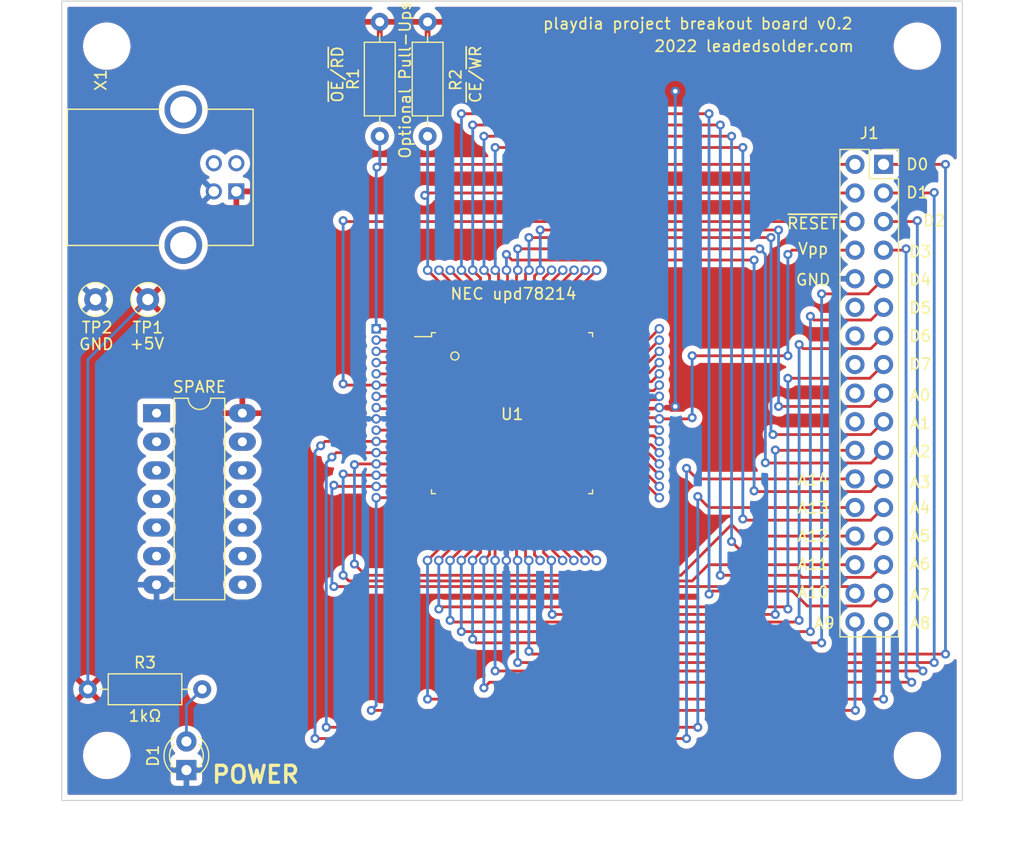
<source format=kicad_pcb>
(kicad_pcb (version 20211014) (generator pcbnew)
  (layers (0 "F.Cu" signal) (31 "B.Cu" signal) (34 "B.Paste" user) (35 "F.Paste" user) (36 "B.SilkS" user "B.Silkscreen") (37 "F.SilkS" user "F.Silkscreen") (38 "B.Mask" user) (39 "F.Mask" user) (44 "Edge.Cuts" user))
  (net 0 "")
  (net 1 "/PROG_D0")
  (net 2 "unconnected-(U1-Pad2)")
  (net 3 "unconnected-(U1-Pad3)")
  (net 4 "unconnected-(U1-Pad4)")
  (net 5 "unconnected-(U1-Pad5)")
  (net 6 "/PROG_D1")
  (net 7 "unconnected-(U1-Pad7)")
  (net 8 "unconnected-(U1-Pad8)")
  (net 9 "unconnected-(U1-Pad10)")
  (net 10 "/PROG_D2")
  (net 11 "/PROG_D3")
  (net 12 "/PROG_D4")
  (net 13 "/PROG_D5")
  (net 14 "/PROG_D6")
  (net 15 "/PROG_D7")
  (net 16 "/PROG_A0")
  (net 17 "/PROG_A1")
  (net 18 "/PROG_A2")
  (net 19 "/PROG_A3")
  (net 20 "/PROG_A4")
  (net 21 "/PROG_A5")
  (net 22 "/PROG_A6")
  (net 23 "/PROG_A7")
  (net 24 "/PROG_A8")
  (net 25 "unconnected-(U1-Pad27)")
  (net 26 "/PROG_NMI")
  (net 27 "unconnected-(U1-Pad29)")
  (net 28 "unconnected-(U1-Pad30)")
  (net 29 "unconnected-(U1-Pad31)")
  (net 30 "unconnected-(U1-Pad32)")
  (net 31 "unconnected-(U1-Pad33)")
  (net 32 "unconnected-(U1-Pad34)")
  (net 33 "unconnected-(U1-Pad35)")
  (net 34 "unconnected-(U1-Pad36)")
  (net 35 "unconnected-(U1-Pad37)")
  (net 36 "unconnected-(U1-Pad38)")
  (net 37 "unconnected-(U1-Pad39)")
  (net 38 "/PROG_A9")
  (net 39 "unconnected-(U1-Pad43)")
  (net 40 "unconnected-(U1-Pad44)")
  (net 41 "unconnected-(U1-Pad45)")
  (net 42 "unconnected-(U1-Pad46)")
  (net 43 "unconnected-(U1-Pad47)")
  (net 44 "unconnected-(U1-Pad48)")
  (net 45 "unconnected-(U1-Pad49)")
  (net 46 "unconnected-(U1-Pad50)")
  (net 47 "unconnected-(U1-Pad51)")
  (net 48 "unconnected-(U1-Pad52)")
  (net 49 "unconnected-(U1-Pad53)")
  (net 50 "/PROG_A10")
  (net 51 "/PROG_A11")
  (net 52 "/PROG_A12")
  (net 53 "/PROG_A13")
  (net 54 "/PROG_A14")
  (net 55 "unconnected-(U1-Pad62)")
  (net 56 "unconnected-(U1-Pad63)")
  (net 57 "GND")
  (net 58 "+5V")
  (net 61 "/PROG_Vpp")
  (net 62 "/~{PROG_RESET}")
  (net 63 "/~{PROG_CE}")
  (net 64 "/~{PROG_OE}")
  (net 70 "Net-(D1-Pad2)")
  (footprint "TestPoint:TestPoint_Loop_D2.50mm_Drill1.0mm" (layer "F.Cu") (at 83 105.5)
    (fp_text reference "TP2")
    (fp_text value "TestPoint" hide)
  )
  (footprint "TestPoint:TestPoint_Loop_D2.50mm_Drill1.0mm" (layer "F.Cu") (at 87.65 105.5)
    (fp_text reference "TP1")
    (fp_text value "TestPoint" hide)
  )
  (footprint "NEC:QFP-64_14x14_Pitch0.8mm" (layer "F.Cu") (at 120 115.6)
    (fp_text reference "U1")
    (fp_text value "upd78214-64p-qfp")
  )
  (footprint "MountingHole:MountingHole_3.2mm_M3" (layer "F.Cu") (at 84 146)
    (fp_text reference "REF**" hide)
    (fp_text value "MountingHole_3.2mm_M3")
  )
  (footprint "MountingHole:MountingHole_3.2mm_M3" (layer "F.Cu") (at 84 83)
    (fp_text reference "REF**" hide)
    (fp_text value "MountingHole_3.2mm_M3")
  )
  (footprint "MountingHole:MountingHole_3.2mm_M3" (layer "F.Cu") (at 156 83)
    (fp_text reference "REF**" hide)
    (fp_text value "MountingHole_3.2mm_M3")
  )
  (footprint "Resistor_THT:R_Axial_DIN0207_L6.3mm_D2.5mm_P10.16mm_Horizontal" (layer "F.Cu") (at 112.5 91 90)
    (fp_text reference "R2")
    (fp_text value "R_Small_US")
  )
  (footprint "LED_THT:LED_D3.0mm" (layer "F.Cu") (at 91.075 147.3 90)
    (fp_text reference "D1")
    (fp_text value "LED")
  )
  (footprint "Connector_PinSocket_2.54mm:PinSocket_2x17_P2.54mm_Vertical" (layer "F.Cu") (at 153 93.5)
    (fp_text reference "J1")
    (fp_text value "Conn_02x17_Odd_Even")
  )
  (footprint "Resistor_THT:R_Axial_DIN0207_L6.3mm_D2.5mm_P10.16mm_Horizontal" (layer "F.Cu") (at 82.32 140.125)
    (fp_text reference "R3")
    (fp_text value "1kΩ")
  )
  (footprint "MountingHole:MountingHole_3.2mm_M3" (layer "F.Cu") (at 156 146)
    (fp_text reference "REF**" hide)
    (fp_text value "MountingHole_3.2mm_M3")
  )
  (footprint "Resistor_THT:R_Axial_DIN0207_L6.3mm_D2.5mm_P10.16mm_Horizontal" (layer "F.Cu") (at 108.25 91 90)
    (fp_text reference "R1")
    (fp_text value "R_Small_US")
  )
  (footprint "Package_DIP:DIP-14_W7.62mm_LongPads" (layer "F.Cu") (at 88.425 115.6)
    (fp_text reference "SPARE")
    (fp_text value "DIP-14_W7.62mm_LongPads")
  )
  (footprint "USB-B1HSB6:OST_USB-B1HSB6" (layer "F.Cu") (at 90.8 94.65 -90)
    (fp_text reference "X1")
    (fp_text value "USB-B1HSB6")
  )
  (gr_poly (pts (xy 160 150) (xy 80 150) (xy 80 79) (xy 160 79)) (layer "Edge.Cuts") (width 0.1) (fill none))
  (gr_text "D4" (at 156.25 103.75) (layer "F.SilkS") (effects (font (size 1 1))))
  (gr_text "A13" (at 146.75 124) (layer "F.SilkS") (effects (font (size 1 1))))
  (gr_text "A11" (at 146.75 129) (layer "F.SilkS") (effects (font (size 1 1))))
  (gr_text "POWER" (at 97.225 147.7) (layer "F.SilkS") (effects (font (size 1.5 1.5) (thickness 0.3))))
  (gr_text "A12" (at 146.75 126.5) (layer "F.SilkS") (effects (font (size 1 1))))
  (gr_text "Vpp" (at 146.75 101) (layer "F.SilkS") (effects (font (size 1 1))))
  (gr_text "A3" (at 156.25 121.75) (layer "F.SilkS") (effects (font (size 1 1))))
  (gr_text "D2" (at 157.5 98.5) (layer "F.SilkS") (effects (font (size 1 1))))
  (gr_text "Optional Pull-Ups" (at 110.5 86 90) (layer "F.SilkS") (effects (font (size 1 1))))
  (gr_text "~{CE}/~{WR}" (at 116.75 85.5 90) (layer "F.SilkS") (effects (font (size 1 1))))
  (gr_text "~{RESET}" (at 146.7 98.75) (layer "F.SilkS") (effects (font (size 1 1))))
  (gr_text "playdia project breakout board v0.2" (at 136.5 81) (layer "F.SilkS") (effects (font (size 1 1))))
  (gr_text "D3" (at 156.25 101.25) (layer "F.SilkS") (effects (font (size 1 1))))
  (gr_text "D1" (at 156 96) (layer "F.SilkS") (effects (font (size 1 1))))
  (gr_text "+5V" (at 87.575 109.425) (layer "F.SilkS") (effects (font (size 1 1))))
  (gr_text "~{OE}/~{RD}" (at 104.5 85.5 90) (layer "F.SilkS") (effects (font (size 1 1))))
  (gr_text "GND" (at 83.075 109.475) (layer "F.SilkS") (effects (font (size 1 1))))
  (gr_text "A9" (at 147.75 134.25) (layer "F.SilkS") (effects (font (size 1 1))))
  (gr_text "A10" (at 146.75 131.5) (layer "F.SilkS") (effects (font (size 1 1))))
  (gr_text "A1" (at 156.25 116.5) (layer "F.SilkS") (effects (font (size 1 1))))
  (gr_text "D0" (at 156 93.5) (layer "F.SilkS") (effects (font (size 1 1))))
  (gr_text "D5" (at 156.25 106.25) (layer "F.SilkS") (effects (font (size 1 1))))
  (gr_text "NEC upd78214" (at 120.126 105) (layer "F.SilkS") (effects (font (size 1 1))))
  (gr_text "A14" (at 146.75 121.5) (layer "F.SilkS") (effects (font (size 1 1))))
  (gr_text "A8" (at 156.25 134.25) (layer "F.SilkS") (effects (font (size 1 1))))
  (gr_text "A2" (at 156.25 119) (layer "F.SilkS") (effects (font (size 1 1))))
  (gr_text "GND" (at 146.75 103.75) (layer "F.SilkS") (effects (font (size 1 1))))
  (gr_text "A7" (at 156.25 131.75) (layer "F.SilkS") (effects (font (size 1 1))))
  (gr_text "D7" (at 156.25 111.25) (layer "F.SilkS") (effects (font (size 1 1))))
  (gr_text "A4" (at 156.25 124) (layer "F.SilkS") (effects (font (size 1 1))))
  (gr_text "A5" (at 156.25 126.5) (layer "F.SilkS") (effects (font (size 1 1))))
  (gr_text "A0" (at 156.25 114) (layer "F.SilkS") (effects (font (size 1 1))))
  (gr_text "A6" (at 156.25 129) (layer "F.SilkS") (effects (font (size 1 1))))
  (gr_text "2022 leadedsolder.com" (at 141.5 83) (layer "F.SilkS") (effects (font (size 1 1))))
  (gr_text "D6" (at 156.25 108.75) (layer "F.SilkS") (effects (font (size 1 1))))
  (segment (start 121.2 128.388) (end 121.493 128.681) (width 0.25) (layer "F.Cu") (net 1))
  (segment (start 121.2 123.474) (end 121.2 128.388) (width 0.25) (layer "F.Cu") (net 1))
  (segment (start 121.75 137) (end 121.5 136.75) (width 0.25) (layer "F.Cu") (net 1))
  (segment (start 153 93.5) (end 158.5 93.5) (width 0.25) (layer "F.Cu") (net 1))
  (segment (start 158.5 137) (end 121.75 137) (width 0.25) (layer "F.Cu") (net 1))
  (via (at 121.5 136.75) (size 0.8) (drill 0.4) (layers "F.Cu" "B.Cu") (net 1))
  (via (at 158.5 137) (size 0.8) (drill 0.4) (layers "F.Cu" "B.Cu") (net 1))
  (via (at 158.5 93.5) (size 0.8) (drill 0.4) (layers "F.Cu" "B.Cu") (net 1))
  (segment (start 158.5 93.5) (end 158.5 137) (width 0.25) (layer "B.Cu") (net 1))
  (segment (start 121.493 136.743) (end 121.493 128.681) (width 0.25) (layer "B.Cu") (net 1))
  (segment (start 121.5 136.75) (end 121.493 136.743) (width 0.25) (layer "B.Cu") (net 1))
  (segment (start 107.935 109.107) (end 109.357 109.107) (width 0.25) (layer "F.Cu") (net 2))
  (segment (start 109.357 109.107) (end 110.65 110.4) (width 0.25) (layer "F.Cu") (net 2))
  (segment (start 110.65 110.4) (end 112.126 110.4) (width 0.25) (layer "F.Cu") (net 2))
  (segment (start 107.935 110.107) (end 109.607 110.107) (width 0.25) (layer "F.Cu") (net 3))
  (segment (start 109.607 110.107) (end 110.75 111.25) (width 0.25) (layer "F.Cu") (net 3))
  (segment (start 110.75 111.25) (end 112.076 111.25) (width 0.25) (layer "F.Cu") (net 3))
  (segment (start 112.076 111.25) (end 112.126 111.2) (width 0.25) (layer "F.Cu") (net 3))
  (segment (start 107.935 111.107) (end 109.857 111.107) (width 0.25) (layer "F.Cu") (net 4))
  (segment (start 110.75 112) (end 112.126 112) (width 0.25) (layer "F.Cu") (net 4))
  (segment (start 109.857 111.107) (end 110.75 112) (width 0.25) (layer "F.Cu") (net 4))
  (segment (start 110.8 112.8) (end 112.126 112.8) (width 0.25) (layer "F.Cu") (net 5))
  (segment (start 107.935 112.107) (end 110.107 112.107) (width 0.25) (layer "F.Cu") (net 5))
  (segment (start 110.107 112.107) (end 110.8 112.8) (width 0.25) (layer "F.Cu") (net 5))
  (segment (start 120.4 128.588) (end 120.493 128.681) (width 0.25) (layer "F.Cu") (net 6))
  (segment (start 153 96.04) (end 157.46 96.04) (width 0.25) (layer "F.Cu") (net 6))
  (segment (start 157.5 137.75) (end 120.5 137.75) (width 0.25) (layer "F.Cu") (net 6))
  (segment (start 120.4 123.474) (end 120.4 128.588) (width 0.25) (layer "F.Cu") (net 6))
  (segment (start 157.46 96.04) (end 157.5 96) (width 0.25) (layer "F.Cu") (net 6))
  (via (at 157.5 96) (size 0.8) (drill 0.4) (layers "F.Cu" "B.Cu") (net 6))
  (via (at 120.5 137.75) (size 0.8) (drill 0.4) (layers "F.Cu" "B.Cu") (net 6))
  (via (at 157.5 137.75) (size 0.8) (drill 0.4) (layers "F.Cu" "B.Cu") (net 6))
  (segment (start 120.5 137.75) (end 120.493 137.743) (width 0.25) (layer "B.Cu") (net 6))
  (segment (start 157.5 96) (end 157.5 137.75) (width 0.25) (layer "B.Cu") (net 6))
  (segment (start 120.493 137.743) (end 120.493 128.681) (width 0.25) (layer "B.Cu") (net 6))
  (segment (start 110.9 114.4) (end 112.126 114.4) (width 0.25) (layer "F.Cu") (net 7))
  (segment (start 110.607 114.107) (end 110.9 114.4) (width 0.25) (layer "F.Cu") (net 7))
  (segment (start 107.935 114.107) (end 110.607 114.107) (width 0.25) (layer "F.Cu") (net 7))
  (segment (start 108.028 115.2) (end 107.935 115.107) (width 0.25) (layer "F.Cu") (net 8))
  (segment (start 112.126 115.2) (end 108.028 115.2) (width 0.25) (layer "F.Cu") (net 8))
  (segment (start 110.55 116.8) (end 112.126 116.8) (width 0.25) (layer "F.Cu") (net 9))
  (segment (start 107.935 117.107) (end 110.143 117.107) (width 0.25) (layer "F.Cu") (net 9))
  (segment (start 110.143 117.107) (end 110.5 116.75) (width 0.25) (layer "F.Cu") (net 9))
  (segment (start 110.5 116.75) (end 110.55 116.8) (width 0.25) (layer "F.Cu") (net 9))
  (segment (start 118.8 125.45) (end 118.8 123.474) (width 0.25) (layer "F.Cu") (net 10))
  (segment (start 153 98.58) (end 155.92 98.58) (width 0.25) (layer "F.Cu") (net 10))
  (segment (start 118.493 128.681) (end 118.493 125.757) (width 0.25) (layer "F.Cu") (net 10))
  (segment (start 156.5 138.5) (end 118.5 138.5) (width 0.25) (layer "F.Cu") (net 10))
  (segment (start 155.92 98.58) (end 156 98.5) (width 0.25) (layer "F.Cu") (net 10))
  (segment (start 118.493 125.757) (end 118.8 125.45) (width 0.25) (layer "F.Cu") (net 10))
  (via (at 118.5 138.5) (size 0.8) (drill 0.4) (layers "F.Cu" "B.Cu") (net 10))
  (via (at 156 98.5) (size 0.8) (drill 0.4) (layers "F.Cu" "B.Cu") (net 10))
  (via (at 156.5 138.5) (size 0.8) (drill 0.4) (layers "F.Cu" "B.Cu") (net 10))
  (segment (start 156 98.5) (end 156 138) (width 0.25) (layer "B.Cu") (net 10))
  (segment (start 156 138) (end 156.5 138.5) (width 0.25) (layer "B.Cu") (net 10))
  (segment (start 118.493 138.493) (end 118.493 128.681) (width 0.25) (layer "B.Cu") (net 10))
  (segment (start 118.5 138.5) (end 118.493 138.493) (width 0.25) (layer "B.Cu") (net 10))
  (segment (start 118 139.5) (end 117.5 140) (width 0.25) (layer "F.Cu") (net 11))
  (segment (start 117.493 128.681) (end 118 128.174) (width 0.25) (layer "F.Cu") (net 11))
  (segment (start 118 128.174) (end 118 123.474) (width 0.25) (layer "F.Cu") (net 11))
  (segment (start 153 101.12) (end 154.88 101.12) (width 0.25) (layer "F.Cu") (net 11))
  (segment (start 154.88 101.12) (end 155 101) (width 0.25) (layer "F.Cu") (net 11))
  (segment (start 155.5 139.5) (end 118 139.5) (width 0.25) (layer "F.Cu") (net 11))
  (via (at 155.5 139.5) (size 0.8) (drill 0.4) (layers "F.Cu" "B.Cu") (net 11))
  (via (at 155 101) (size 0.8) (drill 0.4) (layers "F.Cu" "B.Cu") (net 11))
  (via (at 117.5 140) (size 0.8) (drill 0.4) (layers "F.Cu" "B.Cu") (net 11))
  (segment (start 117.5 140) (end 117.493 139.993) (width 0.25) (layer "B.Cu") (net 11))
  (segment (start 155 101) (end 155 139) (width 0.25) (layer "B.Cu") (net 11))
  (segment (start 117.493 139.993) (end 117.493 128.681) (width 0.25) (layer "B.Cu") (net 11))
  (segment (start 155 139) (end 155.5 139.5) (width 0.25) (layer "B.Cu") (net 11))
  (segment (start 116.8255 136) (end 116.5 135.6745) (width 0.25) (layer "F.Cu") (net 12))
  (segment (start 153 103.66) (end 151.66 105) (width 0.25) (layer "F.Cu") (net 12))
  (segment (start 151.66 105) (end 147.5 105) (width 0.25) (layer "F.Cu") (net 12))
  (segment (start 116.493 128.681) (end 117.2 127.974) (width 0.25) (layer "F.Cu") (net 12))
  (segment (start 117.2 127.974) (end 117.2 123.474) (width 0.25) (layer "F.Cu") (net 12))
  (segment (start 147.5 136) (end 116.8255 136) (width 0.25) (layer "F.Cu") (net 12))
  (via (at 147.5 105) (size 0.8) (drill 0.4) (layers "F.Cu" "B.Cu") (net 12))
  (via (at 147.5 136) (size 0.8) (drill 0.4) (layers "F.Cu" "B.Cu") (net 12))
  (via (at 116.5 135.6745) (size 0.8) (drill 0.4) (layers "F.Cu" "B.Cu") (net 12))
  (segment (start 116.493 135.6675) (end 116.5 135.6745) (width 0.25) (layer "B.Cu") (net 12))
  (segment (start 147.5 105) (end 147.5 136) (width 0.25) (layer "B.Cu") (net 12))
  (segment (start 116.493 128.681) (end 116.493 135.6675) (width 0.25) (layer "B.Cu") (net 12))
  (segment (start 116.4 127.774) (end 116.4 123.474) (width 0.25) (layer "F.Cu") (net 13))
  (segment (start 146.5 135) (end 115.5 135) (width 0.25) (layer "F.Cu") (net 13))
  (segment (start 151.875489 107.324511) (end 146.824511 107.324511) (width 0.25) (layer "F.Cu") (net 13))
  (segment (start 115.493 128.681) (end 116.4 127.774) (width 0.25) (layer "F.Cu") (net 13))
  (segment (start 146.824511 107.324511) (end 146.5 107) (width 0.25) (layer "F.Cu") (net 13))
  (segment (start 153 106.2) (end 151.875489 107.324511) (width 0.25) (layer "F.Cu") (net 13))
  (via (at 146.5 135) (size 0.8) (drill 0.4) (layers "F.Cu" "B.Cu") (net 13))
  (via (at 146.5 107) (size 0.8) (drill 0.4) (layers "F.Cu" "B.Cu") (net 13))
  (via (at 115.5 135) (size 0.8) (drill 0.4) (layers "F.Cu" "B.Cu") (net 13))
  (segment (start 115.5 135) (end 115.493 134.993) (width 0.25) (layer "B.Cu") (net 13))
  (segment (start 146.5 107) (end 146.5 135) (width 0.25) (layer "B.Cu") (net 13))
  (segment (start 115.493 134.993) (end 115.493 128.681) (width 0.25) (layer "B.Cu") (net 13))
  (segment (start 114.493 128.681) (end 115.6 127.574) (width 0.25) (layer "F.Cu") (net 14))
  (segment (start 114.651501 134.151501) (end 114.5 134) (width 0.25) (layer "F.Cu") (net 14))
  (segment (start 151.875489 109.864511) (end 145.864511 109.864511) (width 0.25) (layer "F.Cu") (net 14))
  (segment (start 153 108.74) (end 151.875489 109.864511) (width 0.25) (layer "F.Cu") (net 14))
  (segment (start 145.864511 109.864511) (end 145.5 109.5) (width 0.25) (layer "F.Cu") (net 14))
  (segment (start 115.6 127.574) (end 115.6 123.474) (width 0.25) (layer "F.Cu") (net 14))
  (segment (start 145.5 134) (end 145.348499 134.151501) (width 0.25) (layer "F.Cu") (net 14))
  (segment (start 145.348499 134.151501) (end 114.651501 134.151501) (width 0.25) (layer "F.Cu") (net 14))
  (via (at 114.5 134) (size 0.8) (drill 0.4) (layers "F.Cu" "B.Cu") (net 14))
  (via (at 145.5 134) (size 0.8) (drill 0.4) (layers "F.Cu" "B.Cu") (net 14))
  (via (at 145.5 109.5) (size 0.8) (drill 0.4) (layers "F.Cu" "B.Cu") (net 14))
  (segment (start 114.5 134) (end 114.493 133.993) (width 0.25) (layer "B.Cu") (net 14))
  (segment (start 114.493 133.993) (end 114.493 128.681) (width 0.25) (layer "B.Cu") (net 14))
  (segment (start 145.5 109.5) (end 145.5 134) (width 0.25) (layer "B.Cu") (net 14))
  (segment (start 151.78 112.5) (end 144.5 112.5) (width 0.25) (layer "F.Cu") (net 15))
  (segment (start 114.8 127.374) (end 114.8 123.474) (width 0.25) (layer "F.Cu") (net 15))
  (segment (start 144.5 133) (end 144.302499 132.802499) (width 0.25) (layer "F.Cu") (net 15))
  (segment (start 113.697501 132.802499) (end 113.5 133) (width 0.25) (layer "F.Cu") (net 15))
  (segment (start 113.493 128.681) (end 114.8 127.374) (width 0.25) (layer "F.Cu") (net 15))
  (segment (start 153 111.28) (end 151.78 112.5) (width 0.25) (layer "F.Cu") (net 15))
  (segment (start 144.302499 132.802499) (end 113.697501 132.802499) (width 0.25) (layer "F.Cu") (net 15))
  (via (at 144.5 133) (size 0.8) (drill 0.4) (layers "F.Cu" "B.Cu") (net 15))
  (via (at 144.5 112.5) (size 0.8) (drill 0.4) (layers "F.Cu" "B.Cu") (net 15))
  (via (at 113.5 133) (size 0.8) (drill 0.4) (layers "F.Cu" "B.Cu") (net 15))
  (segment (start 113.493 132.993) (end 113.493 128.681) (width 0.25) (layer "B.Cu") (net 15))
  (segment (start 113.5 133) (end 113.493 132.993) (width 0.25) (layer "B.Cu") (net 15))
  (segment (start 144.5 112.5) (end 144.5 133) (width 0.25) (layer "B.Cu") (net 15))
  (segment (start 122 103.407) (end 122.507 102.9) (width 0.25) (layer "F.Cu") (net 16))
  (segment (start 143.5 99.5) (end 143.325499 99.325499) (width 0.25) (layer "F.Cu") (net 16))
  (segment (start 122 107.726) (end 122 103.407) (width 0.25) (layer "F.Cu") (net 16))
  (segment (start 153 113.82) (end 151.82 115) (width 0.25) (layer "F.Cu") (net 16))
  (segment (start 151.82 115) (end 143.6745 115) (width 0.25) (layer "F.Cu") (net 16))
  (segment (start 143.325499 99.325499) (end 122.5 99.3255) (width 0.25) (layer "F.Cu") (net 16))
  (segment (start 143.5 99.5) (end 143.6714 99.3286) (width 0.25) (layer "F.Cu") (net 16))
  (via (at 143.6745 115) (size 0.8) (drill 0.4) (layers "F.Cu" "B.Cu") (net 16))
  (via (at 122.5 99.3255) (size 0.8) (drill 0.4) (layers "F.Cu" "B.Cu") (net 16))
  (via (at 143.6714 99.3286) (size 0.8) (drill 0.4) (layers "F.Cu" "B.Cu") (net 16))
  (segment (start 143.6745 115) (end 143.6745 99.6745) (width 0.25) (layer "B.Cu") (net 16))
  (segment (start 143.6745 99.6745) (end 143.5 99.5) (width 0.25) (layer "B.Cu") (net 16))
  (segment (start 122.507 102.9) (end 122.507 99.3325) (width 0.25) (layer "B.Cu") (net 16))
  (segment (start 122.507 99.3325) (end 122.5 99.3255) (width 0.25) (layer "B.Cu") (net 16))
  (segment (start 143.5 99.5) (end 143.6714 99.3286) (width 0.25) (layer "B.Cu") (net 16))
  (segment (start 151.86 117.5) (end 143.1745 117.5) (width 0.25) (layer "F.Cu") (net 17))
  (segment (start 153 116.36) (end 151.86 117.5) (width 0.25) (layer "F.Cu") (net 17))
  (segment (start 143 100) (end 121.5 100) (width 0.25) (layer "F.Cu") (net 17))
  (segment (start 121.2 107.726) (end 121.2 103.207) (width 0.25) (layer "F.Cu") (net 17))
  (segment (start 121.2 103.207) (end 121.507 102.9) (width 0.25) (layer "F.Cu") (net 17))
  (via (at 121.5 100) (size 0.8) (drill 0.4) (layers "F.Cu" "B.Cu") (net 17))
  (via (at 143.1745 117.5) (size 0.8) (drill 0.4) (layers "F.Cu" "B.Cu") (net 17))
  (via (at 143 100) (size 0.8) (drill 0.4) (layers "F.Cu" "B.Cu") (net 17))
  (segment (start 143 100) (end 143 117.3255) (width 0.25) (layer "B.Cu") (net 17))
  (segment (start 121.5 100) (end 121.507 100.007) (width 0.25) (layer "B.Cu") (net 17))
  (segment (start 143 117.3255) (end 143.1745 117.5) (width 0.25) (layer "B.Cu") (net 17))
  (segment (start 121.507 100.007) (end 121.507 102.9) (width 0.25) (layer "B.Cu") (net 17))
  (segment (start 151.875489 120.024511) (end 142.524511 120.024511) (width 0.25) (layer "F.Cu") (net 18))
  (segment (start 120.4 103.007) (end 120.507 102.9) (width 0.25) (layer "F.Cu") (net 18))
  (segment (start 120.4 107.726) (end 120.4 103.007) (width 0.25) (layer "F.Cu") (net 18))
  (segment (start 142.524511 120.024511) (end 142.5 120) (width 0.25) (layer "F.Cu") (net 18))
  (segment (start 142 101) (end 120.5 101) (width 0.25) (layer "F.Cu") (net 18))
  (segment (start 153 118.9) (end 151.875489 120.024511) (width 0.25) (layer "F.Cu") (net 18))
  (via (at 142.5 120) (size 0.8) (drill 0.4) (layers "F.Cu" "B.Cu") (net 18))
  (via (at 142 101) (size 0.8) (drill 0.4) (layers "F.Cu" "B.Cu") (net 18))
  (via (at 120.5 101) (size 0.8) (drill 0.4) (layers "F.Cu" "B.Cu") (net 18))
  (segment (start 142.5 101.5) (end 142 101) (width 0.25) (layer "B.Cu") (net 18))
  (segment (start 120.5 102.893) (end 120.507 102.9) (width 0.25) (layer "B.Cu") (net 18))
  (segment (start 120.5 101) (end 120.5 102.893) (width 0.25) (layer "B.Cu") (net 18))
  (segment (start 142.5 120) (end 142.5 101.5) (width 0.25) (layer "B.Cu") (net 18))
  (segment (start 141.564511 122.564511) (end 141.5 122.5) (width 0.25) (layer "F.Cu") (net 19))
  (segment (start 153 121.44) (end 151.875489 122.564511) (width 0.25) (layer "F.Cu") (net 19))
  (segment (start 151.875489 122.564511) (end 141.564511 122.564511) (width 0.25) (layer "F.Cu") (net 19))
  (segment (start 119.6 102.993) (end 119.507 102.9) (width 0.25) (layer "F.Cu") (net 19))
  (segment (start 120 102) (end 119.5 101.5) (width 0.25) (layer "F.Cu") (net 19))
  (segment (start 119.6 107.726) (end 119.6 102.993) (width 0.25) (layer "F.Cu") (net 19))
  (segment (start 141.5 102) (end 120 102) (width 0.25) (layer "F.Cu") (net 19))
  (via (at 141.5 102) (size 0.8) (drill 0.4) (layers "F.Cu" "B.Cu") (net 19))
  (via (at 141.5 122.5) (size 0.8) (drill 0.4) (layers "F.Cu" "B.Cu") (net 19))
  (via (at 119.5 101.5) (size 0.8) (drill 0.4) (layers "F.Cu" "B.Cu") (net 19))
  (segment (start 141.5 122.5) (end 141.5 102) (width 0.25) (layer "B.Cu") (net 19))
  (segment (start 119.5 101.5) (end 119.5 102.893) (width 0.25) (layer "B.Cu") (net 19))
  (segment (start 119.5 102.893) (end 119.507 102.9) (width 0.25) (layer "B.Cu") (net 19))
  (segment (start 140.604511 125.104511) (end 140.5 125) (width 0.25) (layer "F.Cu") (net 20))
  (segment (start 153 123.98) (end 151.875489 125.104511) (width 0.25) (layer "F.Cu") (net 20))
  (segment (start 140.5 92) (end 118.5 92) (width 0.25) (layer "F.Cu") (net 20))
  (segment (start 118.8 103.193) (end 118.507 102.9) (width 0.25) (layer "F.Cu") (net 20))
  (segment (start 151.875489 125.104511) (end 140.604511 125.104511) (width 0.25) (layer "F.Cu") (net 20))
  (segment (start 118.8 107.726) (end 118.8 103.193) (width 0.25) (layer "F.Cu") (net 20))
  (via (at 140.5 92) (size 0.8) (drill 0.4) (layers "F.Cu" "B.Cu") (net 20))
  (via (at 140.5 125) (size 0.8) (drill 0.4) (layers "F.Cu" "B.Cu") (net 20))
  (via (at 118.5 92) (size 0.8) (drill 0.4) (layers "F.Cu" "B.Cu") (net 20))
  (segment (start 140.5 125) (end 140.5 92) (width 0.25) (layer "B.Cu") (net 20))
  (segment (start 118.5 92) (end 118.507 92.007) (width 0.25) (layer "B.Cu") (net 20))
  (segment (start 118.507 92.007) (end 118.507 102.9) (width 0.25) (layer "B.Cu") (net 20))
  (segment (start 118 107.726) (end 118 103.393) (width 0.25) (layer "F.Cu") (net 21))
  (segment (start 140.144511 127.644511) (end 139.5 127) (width 0.25) (layer "F.Cu") (net 21))
  (segment (start 139.5 91) (end 117.5 91) (width 0.25) (layer "F.Cu") (net 21))
  (segment (start 118 103.393) (end 117.507 102.9) (width 0.25) (layer "F.Cu") (net 21))
  (segment (start 151.875489 127.644511) (end 140.144511 127.644511) (width 0.25) (layer "F.Cu") (net 21))
  (segment (start 153 126.52) (end 151.875489 127.644511) (width 0.25) (layer "F.Cu") (net 21))
  (via (at 117.5 91) (size 0.8) (drill 0.4) (layers "F.Cu" "B.Cu") (net 21))
  (via (at 139.5 127) (size 0.8) (drill 0.4) (layers "F.Cu" "B.Cu") (net 21))
  (via (at 139.5 91) (size 0.8) (drill 0.4) (layers "F.Cu" "B.Cu") (net 21))
  (segment (start 117.5 91) (end 117.507 91.007) (width 0.25) (layer "B.Cu") (net 21))
  (segment (start 139.5 127) (end 139.5 91) (width 0.25) (layer "B.Cu") (net 21))
  (segment (start 117.507 91.007) (end 117.507 102.9) (width 0.25) (layer "B.Cu") (net 21))
  (segment (start 153 129.06) (end 151.875489 130.184511) (width 0.25) (layer "F.Cu") (net 22))
  (segment (start 117.2 103.593) (end 116.507 102.9) (width 0.25) (layer "F.Cu") (net 22))
  (segment (start 151.875489 130.184511) (end 145.749505 130.184511) (width 0.25) (layer "F.Cu") (net 22))
  (segment (start 145.564994 130) (end 138.5 130) (width 0.25) (layer "F.Cu") (net 22))
  (segment (start 138.5 90) (end 116.5 90) (width 0.25) (layer "F.Cu") (net 22))
  (segment (start 117.2 107.726) (end 117.2 103.593) (width 0.25) (layer "F.Cu") (net 22))
  (segment (start 145.749505 130.184511) (end 145.564994 130) (width 0.25) (layer "F.Cu") (net 22))
  (via (at 138.5 130) (size 0.8) (drill 0.4) (layers "F.Cu" "B.Cu") (net 22))
  (via (at 116.5 90) (size 0.8) (drill 0.4) (layers "F.Cu" "B.Cu") (net 22))
  (via (at 138.5 90) (size 0.8) (drill 0.4) (layers "F.Cu" "B.Cu") (net 22))
  (segment (start 116.507 90.007) (end 116.507 102.9) (width 0.25) (layer "B.Cu") (net 22))
  (segment (start 138.5 130) (end 138.5 90) (width 0.25) (layer "B.Cu") (net 22))
  (segment (start 116.5 90) (end 116.507 90.007) (width 0.25) (layer "B.Cu") (net 22))
  (segment (start 116.4 103.793) (end 115.507 102.9) (width 0.25) (layer "F.Cu") (net 23))
  (segment (start 153 131.6) (end 151.875489 132.724511) (width 0.25) (layer "F.Cu") (net 23))
  (segment (start 151.875489 132.724511) (end 146.224511 132.724511) (width 0.25) (layer "F.Cu") (net 23))
  (segment (start 116.4 107.726) (end 116.4 103.793) (width 0.25) (layer "F.Cu") (net 23))
  (segment (start 137.5 89) (end 115.5 89) (width 0.25) (layer "F.Cu") (net 23))
  (segment (start 144.899511 131.399511) (end 137.774989 131.399511) (width 0.25) (layer "F.Cu") (net 23))
  (segment (start 146.224511 132.724511) (end 144.899511 131.399511) (width 0.25) (layer "F.Cu") (net 23))
  (segment (start 137.774989 131.399511) (end 137.5 131.6745) (width 0.25) (layer "F.Cu") (net 23))
  (via (at 137.5 89) (size 0.8) (drill 0.4) (layers "F.Cu" "B.Cu") (net 23))
  (via (at 115.5 89) (size 0.8) (drill 0.4) (layers "F.Cu" "B.Cu") (net 23))
  (via (at 137.5 131.6745) (size 0.8) (drill 0.4) (layers "F.Cu" "B.Cu") (net 23))
  (segment (start 137.5 89) (end 137.5 131.6745) (width 0.25) (layer "B.Cu") (net 23))
  (segment (start 115.507 89.007) (end 115.507 102.9) (width 0.25) (layer "B.Cu") (net 23))
  (segment (start 115.5 89) (end 115.507 89.007) (width 0.25) (layer "B.Cu") (net 23))
  (segment (start 114 123.474) (end 114 127.174) (width 0.25) (layer "F.Cu") (net 24))
  (segment (start 153 141) (end 112.5 141) (width 0.25) (layer "F.Cu") (net 24))
  (segment (start 114 127.174) (end 112.493 128.681) (width 0.25) (layer "F.Cu") (net 24))
  (via (at 112.5 141) (size 0.8) (drill 0.4) (layers "F.Cu" "B.Cu") (net 24))
  (via (at 153 141) (size 0.8) (drill 0.4) (layers "F.Cu" "B.Cu") (net 24))
  (segment (start 153 134.14) (end 153 141) (width 0.25) (layer "B.Cu") (net 24))
  (segment (start 112.493 140.993) (end 112.493 128.681) (width 0.25) (layer "B.Cu") (net 24))
  (segment (start 112.5 141) (end 112.493 140.993) (width 0.25) (layer "B.Cu") (net 24))
  (segment (start 122 128.188) (end 122.493 128.681) (width 0.25) (layer "F.Cu") (net 25))
  (segment (start 122 123.474) (end 122 128.188) (width 0.25) (layer "F.Cu") (net 25))
  (segment (start 122.8 127.988) (end 123.493 128.681) (width 0.25) (layer "F.Cu") (net 26))
  (segment (start 143.411 118.9) (end 150.46 118.9) (width 0.25) (layer "F.Cu") (net 26))
  (segment (start 123.571 133.477) (end 143.383 133.477) (width 0.25) (layer "F.Cu") (net 26))
  (segment (start 143.383 118.872) (end 143.411 118.9) (width 0.25) (layer "F.Cu") (net 26))
  (segment (start 122.8 123.474) (end 122.8 127.988) (width 0.25) (layer "F.Cu") (net 26))
  (via (at 123.571 133.477) (size 0.8) (drill 0.4) (layers "F.Cu" "B.Cu") (net 26))
  (via (at 143.383 133.477) (size 0.8) (drill 0.4) (layers "F.Cu" "B.Cu") (net 26))
  (via (at 143.383 118.872) (size 0.8) (drill 0.4) (layers "F.Cu" "B.Cu") (net 26))
  (segment (start 123.493 133.399) (end 123.571 133.477) (width 0.25) (layer "B.Cu") (net 26))
  (segment (start 123.493 128.681) (end 123.493 133.399) (width 0.25) (layer "B.Cu") (net 26))
  (segment (start 143.383 133.477) (end 143.383 118.872) (width 0.25) (layer "B.Cu") (net 26))
  (segment (start 123.6 123.474) (end 123.6 127.788) (width 0.25) (layer "F.Cu") (net 27))
  (segment (start 123.6 127.788) (end 124.493 128.681) (width 0.25) (layer "F.Cu") (net 27))
  (segment (start 124.4 127.588) (end 125.493 128.681) (width 0.25) (layer "F.Cu") (net 28))
  (segment (start 124.4 123.474) (end 124.4 127.588) (width 0.25) (layer "F.Cu") (net 28))
  (segment (start 125.2 123.474) (end 125.2 127.388) (width 0.25) (layer "F.Cu") (net 29))
  (segment (start 125.2 127.388) (end 126.493 128.681) (width 0.25) (layer "F.Cu") (net 29))
  (segment (start 126 127.188) (end 127.493 128.681) (width 0.25) (layer "F.Cu") (net 30))
  (segment (start 126 123.474) (end 126 127.188) (width 0.25) (layer "F.Cu") (net 30))
  (segment (start 127.874 121.6) (end 131.574 121.6) (width 0.25) (layer "F.Cu") (net 31))
  (segment (start 131.574 121.6) (end 133.081 123.107) (width 0.25) (layer "F.Cu") (net 31))
  (segment (start 131.774 120.8) (end 133.081 122.107) (width 0.25) (layer "F.Cu") (net 32))
  (segment (start 127.874 120.8) (end 131.774 120.8) (width 0.25) (layer "F.Cu") (net 32))
  (segment (start 131.974 120) (end 133.081 121.107) (width 0.25) (layer "F.Cu") (net 33))
  (segment (start 127.874 120) (end 131.974 120) (width 0.25) (layer "F.Cu") (net 33))
  (segment (start 132.174 119.2) (end 133.081 120.107) (width 0.25) (layer "F.Cu") (net 34))
  (segment (start 127.874 119.2) (end 132.174 119.2) (width 0.25) (layer "F.Cu") (net 34))
  (segment (start 127.874 118.4) (end 132.374 118.4) (width 0.25) (layer "F.Cu") (net 35))
  (segment (start 132.374 118.4) (end 133.081 119.107) (width 0.25) (layer "F.Cu") (net 35))
  (segment (start 127.874 117.6) (end 132.574 117.6) (width 0.25) (layer "F.Cu") (net 36))
  (segment (start 132.574 117.6) (end 133.081 118.107) (width 0.25) (layer "F.Cu") (net 36))
  (segment (start 127.874 116.8) (end 132.774 116.8) (width 0.25) (layer "F.Cu") (net 37))
  (segment (start 132.774 116.8) (end 133.081 117.107) (width 0.25) (layer "F.Cu") (net 37))
  (segment (start 150.5 142) (end 107.5 142) (width 0.25) (layer "F.Cu") (net 38))
  (segment (start 107.935 123.107) (end 108.893 123.107) (width 0.25) (layer "F.Cu") (net 38))
  (segment (start 108.893 123.107) (end 110.5 121.5) (width 0.25) (layer "F.Cu") (net 38))
  (segment (start 110.5 121.5) (end 110.6 121.6) (width 0.25) (layer "F.Cu") (net 38))
  (segment (start 110.6 121.6) (end 112.126 121.6) (width 0.25) (layer "F.Cu") (net 38))
  (via (at 107.5 142) (size 0.8) (drill 0.4) (layers "F.Cu" "B.Cu") (net 38))
  (via (at 150.5 142) (size 0.8) (drill 0.4) (layers "F.Cu" "B.Cu") (net 38))
  (segment (start 150.46 134.14) (end 150.46 141.96) (width 0.25) (layer "B.Cu") (net 38))
  (segment (start 107.935 141.565) (end 107.935 123.107) (width 0.25) (layer "B.Cu") (net 38))
  (segment (start 150.46 141.96) (end 150.5 142) (width 0.25) (layer "B.Cu") (net 38))
  (segment (start 107.5 142) (end 107.935 141.565) (width 0.25) (layer "B.Cu") (net 38))
  (segment (start 127.874 113.6) (end 132.588 113.6) (width 0.25) (layer "F.Cu") (net 39))
  (segment (start 132.588 113.6) (end 133.081 113.107) (width 0.25) (layer "F.Cu") (net 39))
  (segment (start 127.874 112.8) (end 132.388 112.8) (width 0.25) (layer "F.Cu") (net 40))
  (segment (start 132.388 112.8) (end 133.081 112.107) (width 0.25) (layer "F.Cu") (net 40))
  (segment (start 127.874 112) (end 132.188 112) (width 0.25) (layer "F.Cu") (net 41))
  (segment (start 132.188 112) (end 133.081 111.107) (width 0.25) (layer "F.Cu") (net 41))
  (segment (start 127.874 111.2) (end 131.988 111.2) (width 0.25) (layer "F.Cu") (net 42))
  (segment (start 131.988 111.2) (end 133.081 110.107) (width 0.25) (layer "F.Cu") (net 42))
  (segment (start 131.788 110.4) (end 133.081 109.107) (width 0.25) (layer "F.Cu") (net 43))
  (segment (start 127.874 110.4) (end 131.788 110.4) (width 0.25) (layer "F.Cu") (net 43))
  (segment (start 131.588 109.6) (end 133.081 108.107) (width 0.25) (layer "F.Cu") (net 44))
  (segment (start 127.874 109.6) (end 131.588 109.6) (width 0.25) (layer "F.Cu") (net 44))
  (segment (start 126 107.726) (end 126 104.407) (width 0.25) (layer "F.Cu") (net 45))
  (segment (start 126 104.407) (end 127.507 102.9) (width 0.25) (layer "F.Cu") (net 45))
  (segment (start 125.2 107.726) (end 125.2 104.207) (width 0.25) (layer "F.Cu") (net 46))
  (segment (start 125.2 104.207) (end 126.507 102.9) (width 0.25) (layer "F.Cu") (net 46))
  (segment (start 124.4 107.726) (end 124.4 104.007) (width 0.25) (layer "F.Cu") (net 47))
  (segment (start 124.4 104.007) (end 125.507 102.9) (width 0.25) (layer "F.Cu") (net 47))
  (segment (start 123.6 103.807) (end 124.507 102.9) (width 0.25) (layer "F.Cu") (net 48))
  (segment (start 123.6 107.726) (end 123.6 103.807) (width 0.25) (layer "F.Cu") (net 48))
  (segment (start 122.8 103.607) (end 123.507 102.9) (width 0.25) (layer "F.Cu") (net 49))
  (segment (start 122.8 107.726) (end 122.8 103.607) (width 0.25) (layer "F.Cu") (net 49))
  (segment (start 110.5 120.75) (end 110.55 120.8) (width 0.25) (layer "F.Cu") (net 50))
  (segment (start 149.86 131) (end 104.1745 131) (width 0.25) (layer "F.Cu") (net 50))
  (segment (start 109.143 122.107) (end 110.5 120.75) (width 0.25) (layer "F.Cu") (net 50))
  (segment (start 107.935 122.107) (end 109.143 122.107) (width 0.25) (layer "F.Cu") (net 50))
  (segment (start 150.46 131.6) (end 149.86 131) (width 0.25) (layer "F.Cu") (net 50))
  (segment (start 104.2815 122.107) (end 104.1745 122) (width 0.25) (layer "F.Cu") (net 50))
  (segment (start 110.55 120.8) (end 112.126 120.8) (width 0.25) (layer "F.Cu") (net 50))
  (segment (start 107.935 122.107) (end 104.2815 122.107) (width 0.25) (layer "F.Cu") (net 50))
  (via (at 104.1745 122) (size 0.8) (drill 0.4) (layers "F.Cu" "B.Cu") (net 50))
  (via (at 104.1745 131) (size 0.8) (drill 0.4) (layers "F.Cu" "B.Cu") (net 50))
  (segment (start 104 122.1745) (end 104.1745 122) (width 0.25) (layer "B.Cu") (net 50))
  (segment (start 104 130.8255) (end 104 122.1745) (width 0.25) (layer "B.Cu") (net 50))
  (segment (start 104.1745 131) (end 104 130.8255) (width 0.25) (layer "B.Cu") (net 50))
  (segment (start 105 121) (end 105.107 121.107) (width 0.25) (layer "F.Cu") (net 51))
  (segment (start 105.5 130.5) (end 105 130) (width 0.25) (layer "F.Cu") (net 51))
  (segment (start 150.46 129.06) (end 137.44 129.06) (width 0.25) (layer "F.Cu") (net 51))
  (segment (start 105.107 121.107) (end 107.935 121.107) (width 0.25) (layer "F.Cu") (net 51))
  (segment (start 109.393 121.107) (end 110.5 120) (width 0.25) (layer "F.Cu") (net 51))
  (segment (start 136 130.5) (end 105.5 130.5) (width 0.25) (layer "F.Cu") (net 51))
  (segment (start 107.935 121.107) (end 109.393 121.107) (width 0.25) (layer "F.Cu") (net 51))
  (segment (start 110.5 120) (end 112.126 120) (width 0.25) (layer "F.Cu") (net 51))
  (segment (start 137.44 129.06) (end 136 130.5) (width 0.25) (layer "F.Cu") (net 51))
  (via (at 105 130) (size 0.8) (drill 0.4) (layers "F.Cu" "B.Cu") (net 51))
  (via (at 105 121) (size 0.8) (drill 0.4) (layers "F.Cu" "B.Cu") (net 51))
  (segment (start 105 130) (end 105 121) (width 0.25) (layer "B.Cu") (net 51))
  (segment (start 107.935 120.107) (end 106.0675 120.107) (width 0.25) (layer "F.Cu") (net 52))
  (segment (start 139.5 125.5) (end 135 130) (width 0.25) (layer "F.Cu") (net 52))
  (segment (start 107.935 120.107) (end 109.643 120.107) (width 0.25) (layer "F.Cu") (net 52))
  (segment (start 109.643 120.107) (end 110.55 119.2) (width 0.25) (layer "F.Cu") (net 52))
  (segment (start 110.55 119.2) (end 112.126 119.2) (width 0.25) (layer "F.Cu") (net 52))
  (segment (start 150.46 126.52) (end 140.52 126.52) (width 0.25) (layer "F.Cu") (net 52))
  (segment (start 106.0675 120.107) (end 106 120.1745) (width 0.25) (layer "F.Cu") (net 52))
  (segment (start 135 130) (end 107 130) (width 0.25) (layer "F.Cu") (net 52))
  (segment (start 107 130) (end 106 129) (width 0.25) (layer "F.Cu") (net 52))
  (segment (start 140.52 126.52) (end 139.5 125.5) (width 0.25) (layer "F.Cu") (net 52))
  (via (at 106 129) (size 0.8) (drill 0.4) (layers "F.Cu" "B.Cu") (net 52))
  (via (at 106 120.1745) (size 0.8) (drill 0.4) (layers "F.Cu" "B.Cu") (net 52))
  (segment (start 106 129) (end 106 120.1745) (width 0.25) (layer "B.Cu") (net 52))
  (segment (start 104.393 119.107) (end 107.935 119.107) (width 0.25) (layer "F.Cu") (net 53))
  (segment (start 109.893 119.107) (end 110.6 118.4) (width 0.25) (layer "F.Cu") (net 53))
  (segment (start 107.935 119.107) (end 109.893 119.107) (width 0.25) (layer "F.Cu") (net 53))
  (segment (start 136.5 143.5) (end 103.5 143.5) (width 0.25) (layer "F.Cu") (net 53))
  (segment (start 110.6 118.4) (end 112.126 118.4) (width 0.25) (layer "F.Cu") (net 53))
  (segment (start 137.48 123.98) (end 136.5 123) (width 0.25) (layer "F.Cu") (net 53))
  (segment (start 150.46 123.98) (end 137.48 123.98) (width 0.25) (layer "F.Cu") (net 53))
  (segment (start 104 119.5) (end 104.393 119.107) (width 0.25) (layer "F.Cu") (net 53))
  (via (at 103.5 143.5) (size 0.8) (drill 0.4) (layers "F.Cu" "B.Cu") (net 53))
  (via (at 136.5 143.5) (size 0.8) (drill 0.4) (layers "F.Cu" "B.Cu") (net 53))
  (via (at 104 119.5) (size 0.8) (drill 0.4) (layers "F.Cu" "B.Cu") (net 53))
  (via (at 136.5 123) (size 0.8) (drill 0.4) (layers "F.Cu" "B.Cu") (net 53))
  (segment (start 103.5 120) (end 104 119.5) (width 0.25) (layer "B.Cu") (net 53))
  (segment (start 103.5 143.5) (end 103.5 120) (width 0.25) (layer "B.Cu") (net 53))
  (segment (start 136.5 123) (end 136.5 143.5) (width 0.25) (layer "B.Cu") (net 53))
  (segment (start 110.143 118.107) (end 110.65 117.6) (width 0.25) (layer "F.Cu") (net 54))
  (segment (start 135.5 144.5) (end 102.5 144.5) (width 0.25) (layer "F.Cu") (net 54))
  (segment (start 107.935 118.107) (end 110.143 118.107) (width 0.25) (layer "F.Cu") (net 54))
  (segment (start 110.65 117.6) (end 112.126 117.6) (width 0.25) (layer "F.Cu") (net 54))
  (segment (start 136.44 121.44) (end 135.5 120.5) (width 0.25) (layer "F.Cu") (net 54))
  (segment (start 103.393 118.107) (end 107.935 118.107) (width 0.25) (layer "F.Cu") (net 54))
  (segment (start 150.46 121.44) (end 136.44 121.44) (width 0.25) (layer "F.Cu") (net 54))
  (segment (start 103 118.5) (end 103.393 118.107) (width 0.25) (layer "F.Cu") (net 54))
  (via (at 135.5 120.5) (size 0.8) (drill 0.4) (layers "F.Cu" "B.Cu") (net 54))
  (via (at 103 118.5) (size 0.8) (drill 0.4) (layers "F.Cu" "B.Cu") (net 54))
  (via (at 102.5 144.5) (size 0.8) (drill 0.4) (layers "F.Cu" "B.Cu") (net 54))
  (via (at 135.5 144.5) (size 0.8) (drill 0.4) (layers "F.Cu" "B.Cu") (net 54))
  (segment (start 102.5 144.5) (end 102.5 119) (width 0.25) (layer "B.Cu") (net 54))
  (segment (start 102.5 119) (end 103 118.5) (width 0.25) (layer "B.Cu") (net 54))
  (segment (start 135.5 120.5) (end 135.5 144.5) (width 0.25) (layer "B.Cu") (net 54))
  (segment (start 115.6 103.993) (end 114.507 102.9) (width 0.25) (layer "F.Cu") (net 55))
  (segment (start 115.6 107.726) (end 115.6 103.993) (width 0.25) (layer "F.Cu") (net 55))
  (segment (start 114.8 107.726) (end 114.8 104.193) (width 0.25) (layer "F.Cu") (net 56))
  (segment (start 114.8 104.193) (end 113.507 102.9) (width 0.25) (layer "F.Cu") (net 56))
  (segment (start 108.042 116) (end 107.935 116.107) (width 0.25) (layer "F.Cu") (net 57))
  (segment (start 119.6 123.474) (end 119.6 128.574) (width 0.25) (layer "F.Cu") (net 57))
  (segment (start 127.874 114.4) (end 132.788 114.4) (width 0.25) (layer "F.Cu") (net 57))
  (segment (start 132.788 114.4) (end 133.081 114.107) (width 0.25) (layer "F.Cu") (net 57))
  (segment (start 112.126 116) (end 108.042 116) (width 0.25) (layer "F.Cu") (net 57))
  (segment (start 119.6 128.574) (end 119.493 128.681) (width 0.25) (layer "F.Cu") (net 57))
  (segment (start 133.081 115.107) (end 134.393 115.107) (width 0.25) (layer "F.Cu") (net 58))
  (segment (start 134.393 115.107) (end 134.5 115) (width 0.25) (layer "F.Cu") (net 58))
  (segment (start 132.988 115.2) (end 133.081 115.107) (width 0.25) (layer "F.Cu") (net 58))
  (segment (start 127.874 115.2) (end 132.988 115.2) (width 0.25) (layer "F.Cu") (net 58))
  (via (at 134.5 115) (size 0.8) (drill 0.4) (layers "F.Cu" "B.Cu") (net 58))
  (via (at 134.5 87) (size 0.8) (drill 0.4) (layers "F.Cu" "B.Cu") (net 58))
  (segment (start 82.32 140.125) (end 82.32 110.83) (width 0.25) (layer "B.Cu") (net 58))
  (segment (start 82.32 110.83) (end 87.65 105.5) (width 0.25) (layer "B.Cu") (net 58))
  (segment (start 134.5 115) (end 134.5 87) (width 0.25) (layer "B.Cu") (net 58))
  (segment (start 127.874 116) (end 132.974 116) (width 0.25) (layer "F.Cu") (net 61))
  (segment (start 136 116) (end 135.893 116.107) (width 0.25) (layer "F.Cu") (net 61))
  (segment (start 150.46 101.12) (end 144.88 101.12) (width 0.25) (layer "F.Cu") (net 61))
  (segment (start 144.5 110.5) (end 136 110.5) (width 0.25) (layer "F.Cu") (net 61))
  (segment (start 144.88 101.12) (end 144.5 101.5) (width 0.25) (layer "F.Cu") (net 61))
  (segment (start 135.893 116.107) (end 133.081 116.107) (width 0.25) (layer "F.Cu") (net 61))
  (segment (start 132.974 116) (end 133.081 116.107) (width 0.25) (layer "F.Cu") (net 61))
  (via (at 144.5 101.5) (size 0.8) (drill 0.4) (layers "F.Cu" "B.Cu") (net 61))
  (via (at 136 110.5) (size 0.8) (drill 0.4) (layers "F.Cu" "B.Cu") (net 61))
  (via (at 136 116) (size 0.8) (drill 0.4) (layers "F.Cu" "B.Cu") (net 61))
  (via (at 144.5 110.5) (size 0.8) (drill 0.4) (layers "F.Cu" "B.Cu") (net 61))
  (segment (start 144.5 101.5) (end 144.5 110.5) (width 0.25) (layer "B.Cu") (net 61))
  (segment (start 136 110.5) (end 136 116) (width 0.25) (layer "B.Cu") (net 61))
  (segment (start 107.935 113.107) (end 110.357 113.107) (width 0.25) (layer "F.Cu") (net 62))
  (segment (start 105.08 98.58) (end 105 98.5) (width 0.25) (layer "F.Cu") (net 62))
  (segment (start 105.107 113.107) (end 107.935 113.107) (width 0.25) (layer "F.Cu") (net 62))
  (segment (start 105 113) (end 105.107 113.107) (width 0.25) (layer "F.Cu") (net 62))
  (segment (start 110.85 113.6) (end 112.126 113.6) (width 0.25) (layer "F.Cu") (net 62))
  (segment (start 150.46 98.58) (end 105.08 98.58) (width 0.25) (layer "F.Cu") (net 62))
  (segment (start 110.357 113.107) (end 110.85 113.6) (width 0.25) (layer "F.Cu") (net 62))
  (via (at 105 113) (size 0.8) (drill 0.4) (layers "F.Cu" "B.Cu") (net 62))
  (via (at 105 98.5) (size 0.8) (drill 0.4) (layers "F.Cu" "B.Cu") (net 62))
  (segment (start 105 98.5) (end 105 113) (width 0.25) (layer "B.Cu") (net 62))
  (segment (start 150.46 96.04) (end 112.46 96.04) (width 0.25) (layer "F.Cu") (net 63))
  (segment (start 114 107.726) (end 114 104.393) (width 0.25) (layer "F.Cu") (net 63))
  (segment (start 114 104.393) (end 112.507 102.9) (width 0.25) (layer "F.Cu") (net 63))
  (segment (start 112.46 96.04) (end 112.25 96.25) (width 0.25) (layer "F.Cu") (net 63))
  (via (at 112.25 96.25) (size 0.8) (drill 0.4) (layers "F.Cu" "B.Cu") (net 63))
  (segment (start 112.5 96) (end 112.5 91) (width 0.25) (layer "B.Cu") (net 63))
  (segment (start 112.25 96.25) (end 112.5 96) (width 0.25) (layer "B.Cu") (net 63))
  (segment (start 112.25 96.25) (end 112.507 96.507) (width 0.25) (layer "B.Cu") (net 63))
  (segment (start 112.507 96.507) (end 112.507 102.9) (width 0.25) (layer "B.Cu") (net 63))
  (segment (start 107.935 108.107) (end 109.107 108.107) (width 0.25) (layer "F.Cu") (net 64))
  (segment (start 150.46 93.5) (end 108.25 93.5) (width 0.25) (layer "F.Cu") (net 64))
  (segment (start 108.25 93.5) (end 108 93.75) (width 0.25) (layer "F.Cu") (net 64))
  (segment (start 110.6 109.6) (end 112.126 109.6) (width 0.25) (layer "F.Cu") (net 64))
  (segment (start 109.107 108.107) (end 110.6 109.6) (width 0.25) (layer "F.Cu") (net 64))
  (via (at 108 93.75) (size 0.8) (drill 0.4) (layers "F.Cu" "B.Cu") (net 64))
  (segment (start 107.935 93.815) (end 107.935 108.107) (width 0.25) (layer "B.Cu") (net 64))
  (segment (start 108 93.75) (end 108.25 93.5) (width 0.25) (layer "B.Cu") (net 64))
  (segment (start 108 93.75) (end 107.935 93.815) (width 0.25) (layer "B.Cu") (net 64))
  (segment (start 108.25 93.5) (end 108.25 91) (width 0.25) (layer "B.Cu") (net 64))
  (segment (start 91.075 141.53) (end 92.48 140.125) (width 0.25) (layer "B.Cu") (net 70))
  (segment (start 91.075 144.76) (end 91.075 141.53) (width 0.25) (layer "B.Cu") (net 70))
  (zone (net 58) (net_name "+5V") (layer "F.Cu") (connect_pads (clearance 0.508)) (min_thickness 0.254) (fill yes (thermal_gap 0.508) (thermal_bridge_width 0.508))
    (polygon (pts (xy 161 154.5) (xy 80 154.5) (xy 80 79) (xy 161 79)))
  )
  (zone (net 57) (net_name "GND") (layer "B.Cu") (connect_pads (clearance 0.508)) (min_thickness 0.254) (fill yes (thermal_gap 0.508) (thermal_bridge_width 0.508))
    (polygon (pts (xy 161.5 154.5) (xy 80 154.5) (xy 80 79) (xy 161.5 79)))
  )
)
</source>
